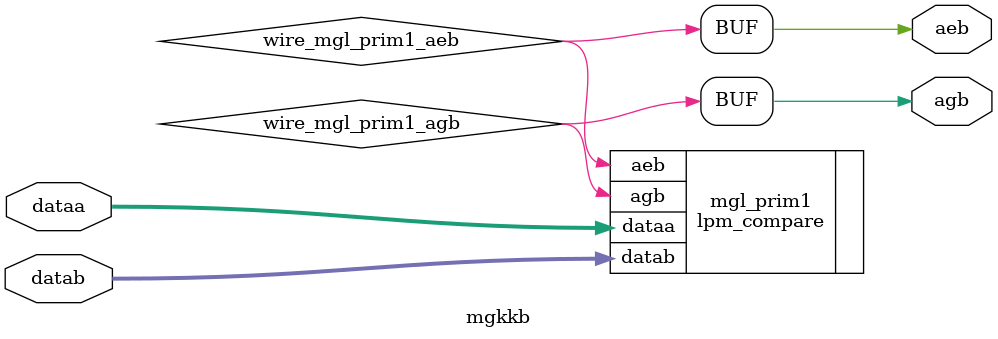
<source format=v>






//synthesis_resources = lpm_compare 1 
//synopsys translate_off
`timescale 1 ps / 1 ps
//synopsys translate_on
module  mgkkb
	( 
	aeb,
	agb,
	dataa,
	datab) /* synthesis synthesis_clearbox=1 */;
	output   aeb;
	output   agb;
	input   [8:0]  dataa;
	input   [8:0]  datab;

	wire  wire_mgl_prim1_aeb;
	wire  wire_mgl_prim1_agb;

	lpm_compare   mgl_prim1
	( 
	.aeb(wire_mgl_prim1_aeb),
	.agb(wire_mgl_prim1_agb),
	.dataa(dataa),
	.datab(datab));
	defparam
		mgl_prim1.lpm_representation = "UNSIGNED",
		mgl_prim1.lpm_type = "LPM_COMPARE",
		mgl_prim1.lpm_width = 9;
	assign
		aeb = wire_mgl_prim1_aeb,
		agb = wire_mgl_prim1_agb;
endmodule //mgkkb
//VALID FILE

</source>
